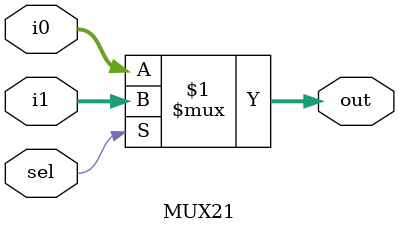
<source format=v>
module MUX21(
    input [15:0] i0,
    input [15:0] i1,
    input sel,
    output [15:0] out
);
    assign out = sel? i1:i0;

endmodule
</source>
